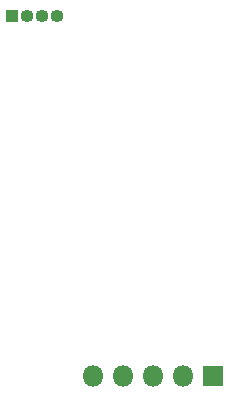
<source format=gbr>
%TF.GenerationSoftware,KiCad,Pcbnew,(5.1.6)-1*%
%TF.CreationDate,2021-06-11T10:25:49-05:00*%
%TF.ProjectId,Sapphire_AnalogMic,53617070-6869-4726-955f-416e616c6f67,rev?*%
%TF.SameCoordinates,Original*%
%TF.FileFunction,Soldermask,Bot*%
%TF.FilePolarity,Negative*%
%FSLAX46Y46*%
G04 Gerber Fmt 4.6, Leading zero omitted, Abs format (unit mm)*
G04 Created by KiCad (PCBNEW (5.1.6)-1) date 2021-06-11 10:25:49*
%MOMM*%
%LPD*%
G01*
G04 APERTURE LIST*
%ADD10O,1.100000X1.100000*%
%ADD11R,1.100000X1.100000*%
%ADD12O,1.800000X1.800000*%
%ADD13R,1.800000X1.800000*%
G04 APERTURE END LIST*
D10*
%TO.C,J102*%
X114427000Y-101600000D03*
X113157000Y-101600000D03*
X111887000Y-101600000D03*
D11*
X110617000Y-101600000D03*
%TD*%
D12*
%TO.C,J101*%
X117475000Y-132080000D03*
X120015000Y-132080000D03*
X122555000Y-132080000D03*
X125095000Y-132080000D03*
D13*
X127635000Y-132080000D03*
%TD*%
M02*

</source>
